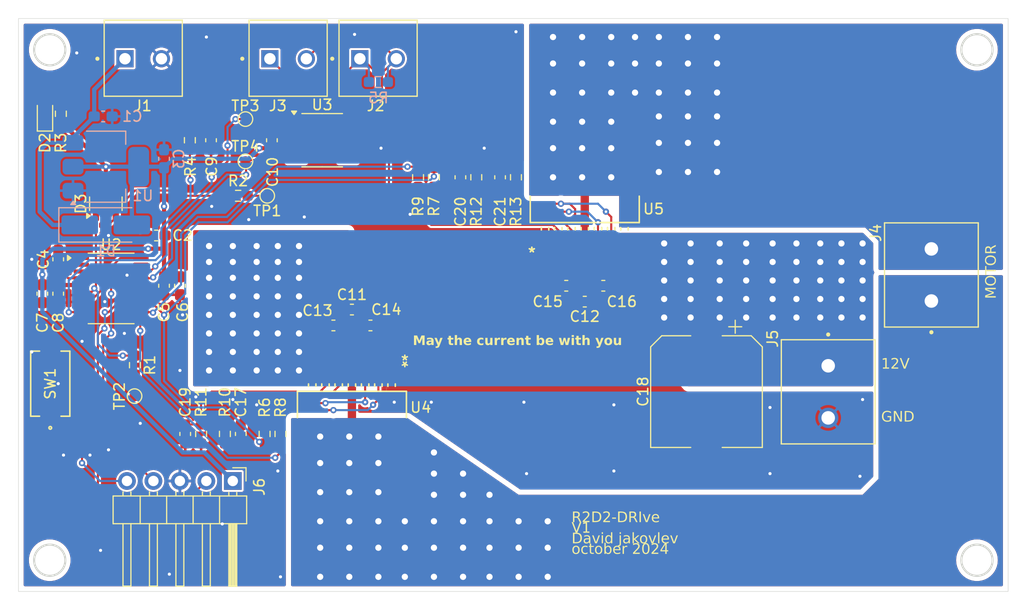
<source format=kicad_pcb>
(kicad_pcb (version 20240108) (generator "pcbnew") (generator_version "8.0")
  (layers (0 "F.Cu" signal) (31 "B.Cu" signal) (34 "B.Paste" user) (35 "F.Paste" user) (36 "B.SilkS" user "B.Silkscreen") (37 "F.SilkS" user "F.Silkscreen") (38 "B.Mask" user) (39 "F.Mask" user) (44 "Edge.Cuts" user))
  (net 0 "")
  (net 1 "+5V")
  (net 2 "GND")
  (net 3 "+3.3V")
  (net 4 "NRST")
  (net 5 "Net-(U3-Rs)")
  (net 6 "Net-(D2-A)")
  (net 7 "Net-(U2-PA1)")
  (net 8 "Net-(U2-PA0)")
  (net 9 "Net-(U3-CANL)")
  (net 10 "Net-(U3-CANH)")
  (net 11 "+12V")
  (net 12 "Net-(U4-SR)")
  (net 13 "CURRENT1")
  (net 14 "CAN_MODE_SELECT")
  (net 15 "CAN_TX")
  (net 16 "CAN_RX")
  (net 22 "OUT1")
  (net 24 "SWCLK")
  (net 25 "SWDIO")
  (net 27 "OUT2")
  (net 28 "Net-(U5-SR)")
  (net 29 "CURRENT2")
  (net 30 "INH")
  (net 31 "Net-(U4-INH)")
  (net 32 "Net-(U5-INH)")
  (net 33 "Net-(U4-IN)")
  (net 34 "IN1")
  (net 35 "Net-(U5-IN)")
  (net 36 "IN2")
  (footprint "Capacitor_SMD:CP_Elec_10x10.5" (layer "F.Cu") (at 177.8 102.616 -90)
    (property "Reference" "C18")
    (property "Value" "1000u")
  )
  (footprint "Resistor_SMD:R_0603_1608Metric_Pad0.98x0.95mm_HandSolder" (layer "F.Cu") (at 136.906 106.68 90)
    (property "Reference" "R8")
    (property "Value" "10k")
  )
  (footprint "TestPoint:TestPoint_Pad_D1.0mm" (layer "F.Cu") (at 133.5425 80.518)
    (property "Reference" "TP4")
    (property "Value" "TestPoint")
  )
  (footprint "Capacitor_SMD:C_0603_1608Metric_Pad1.08x0.95mm_HandSolder" (layer "F.Cu") (at 166.116 93.98 180)
    (property "Reference" "C12")
    (property "Value" "100n")
  )
  (footprint "Resistor_SMD:R_0603_1608Metric_Pad0.98x0.95mm_HandSolder" (layer "F.Cu") (at 155.702 82.042 90)
    (property "Reference" "R12")
    (property "Value" "~")
  )
  (footprint "Resistor_SMD:R_0603_1608Metric_Pad0.98x0.95mm_HandSolder" (layer "F.Cu") (at 150.114 82.042 -90)
    (property "Reference" "R9")
    (property "Value" "10k")
  )
  (footprint "Resistor_SMD:R_0603_1608Metric_Pad0.98x0.95mm_HandSolder" (layer "F.Cu") (at 128.2085 78.486 -90)
    (property "Reference" "R4")
    (property "Value" "0")
  )
  (footprint "Resistor_SMD:R_0603_1608Metric_Pad0.98x0.95mm_HandSolder" (layer "F.Cu") (at 115.824 75.946 90)
    (property "Reference" "R3")
    (property "Value" "560")
  )
  (footprint "Capacitor_SMD:C_0603_1608Metric_Pad1.08x0.95mm_HandSolder" (layer "F.Cu") (at 145.542 96.266)
    (property "Reference" "C14")
    (property "Value" "100n")
  )
  (footprint "BTN8962TAAUMA1:PG-TO263-7-1_INF" (layer "F.Cu") (at 143.764 107.442 180)
    (property "Reference" "U4")
    (property "Value" "BTN8962TAAUMA1")
  )
  (footprint "Package_SO:SOIC-8_3.9x4.9mm_P1.27mm" (layer "F.Cu") (at 140.9085 78.486)
    (property "Reference" "U3")
    (property "Value" "SN65HVD230")
  )
  (footprint "BTN8962TAAUMA1:PG-TO263-7-1_INF" (layer "F.Cu") (at 166.116 81.534)
    (property "Reference" "U5")
    (property "Value" "BTN8962TAAUMA1")
  )
  (footprint "Capacitor_SMD:C_0603_1608Metric_Pad1.08x0.95mm_HandSolder" (layer "F.Cu") (at 157.988 82.042 90)
    (property "Reference" "C21")
    (property "Value" "1n")
  )
  (footprint "TestPoint:TestPoint_Pad_D1.0mm" (layer "F.Cu") (at 133.5425 76.454)
    (property "Reference" "TP3")
    (property "Value" "TestPoint")
  )
  (footprint "Resistor_SMD:R_0603_1608Metric_Pad0.98x0.95mm_HandSolder" (layer "F.Cu") (at 151.638 82.042 -90)
    (property "Reference" "R7")
    (property "Value" "10k")
  )
  (footprint "Capacitor_SMD:C_0603_1608Metric_Pad1.08x0.95mm_HandSolder" (layer "F.Cu") (at 124.968 87.63 180)
    (property "Reference" "C2")
    (property "Value" "4.7u")
  )
  (footprint "Resistor_SMD:R_0603_1608Metric_Pad0.98x0.95mm_HandSolder" (layer "F.Cu") (at 129.286 106.68 -90)
    (property "Reference" "R11")
    (property "Value" "~")
  )
  (footprint "Capacitor_SMD:C_0603_1608Metric_Pad1.08x0.95mm_HandSolder" (layer "F.Cu") (at 141.986 96.266)
    (property "Reference" "C13")
    (property "Value" "100n")
  )
  (footprint "Resistor_SMD:R_0603_1608Metric_Pad0.98x0.95mm_HandSolder" (layer "F.Cu") (at 122.936 100.076 -90)
    (property "Reference" "R1")
    (property "Value" "10k")
  )
  (footprint "1935776:PHOENIX_1935776" (layer "F.Cu") (at 184.984 97.637 -90)
    (property "Reference" "J5")
    (property "Value" "1935776")
  )
  (footprint "Connector_PinHeader_2.54mm:PinHeader_1x05_P2.54mm_Horizontal" (layer "F.Cu") (at 132.329 111.195 -90)
    (property "Reference" "J6")
    (property "Value" "Conn_01x05_Pin")
  )
  (footprint "Resistor_SMD:R_0603_1608Metric_Pad0.98x0.95mm_HandSolder" (layer "F.Cu") (at 159.512 82.042 90)
    (property "Reference" "R13")
    (property "Value" "~")
  )
  (footprint "Capacitor_SMD:C_0603_1608Metric_Pad1.08x0.95mm_HandSolder" (layer "F.Cu") (at 130.2405 78.486 -90)
    (property "Reference" "C9")
    (property "Value" "100n")
  )
  (footprint "Resistor_SMD:R_0603_1608Metric_Pad0.98x0.95mm_HandSolder" (layer "F.Cu") (at 132.842 83.82)
    (property "Reference" "R2")
    (property "Value" "10k")
  )
  (footprint "Capacitor_SMD:C_0603_1608Metric_Pad1.08x0.95mm_HandSolder" (layer "F.Cu") (at 127.254 92.456 -90)
    (property "Reference" "C6")
    (property "Value" "100n")
  )
  (footprint "PTS636:SW_PTS636_CNK" (layer "F.Cu") (at 114.808 101.854 90)
    (property "Reference" "SW1")
    (property "Value" "PTS636 SM50J SMTR LFS")
  )
  (footprint "LED_SMD:LED_0603_1608Metric_Pad1.05x0.95mm_HandSolder" (layer "F.Cu") (at 114.3 75.946 90)
    (property "Reference" "D2")
    (property "Value" "LED")
  )
  (footprint "Capacitor_SMD:C_0603_1608Metric_Pad1.08x0.95mm_HandSolder" (layer "F.Cu") (at 167.894 92.456 180)
    (property "Reference" "C16")
    (property "Value" "100n")
  )
  (footprint "Resistor_SMD:R_0603_1608Metric_Pad0.98x0.95mm_HandSolder" (layer "F.Cu") (at 131.572 106.68 -90)
    (property "Reference" "R10")
    (property "Value" "~")
  )
  (footprint "Capacitor_SMD:C_0603_1608Metric_Pad1.08x0.95mm_HandSolder" (layer "F.Cu") (at 127.762 106.68 -90)
    (property "Reference" "C19")
    (property "Value" "1n")
  )
  (footprint "1935776:PHOENIX_1935776" (layer "F.Cu") (at 203.89 96.419 90)
    (property "Reference" "J4")
    (property "Value" "1935776")
  )
  (footprint "TestPoint:TestPoint_Pad_D1.0mm" (layer "F.Cu") (at 122.9 103.047 90)
    (property "Reference" "TP2")
    (property "Value" "TestPoint")
  )
  (footprint "TestPoint:TestPoint_Pad_D1.0mm" (layer "F.Cu") (at 135.636 83.82 180)
    (property "Reference" "TP1")
    (property "Value" "TestPoint")
  )
  (footprint "Package_SO:TSSOP-20_4.4x6.5mm_P0.65mm" (layer "F.Cu") (at 120.65 92.71)
    (property "Reference" "U2")
    (property "Value" "STM32F042F6Px")
  )
  (footprint "Resistor_SMD:R_0603_1608Metric_Pad0.98x0.95mm_HandSolder" (layer "F.Cu") (at 135.382 106.68 90)
    (property "Reference" "R6")
    (property "Value" "10k")
  )
  (footprint "1751248:PHOENIX_1751248" (layer "F.Cu") (at 133.89 74.262)
    (property "Reference" "J3")
    (property "Value" "1751248")
  )
  (footprint "Capacitor_SMD:C_0603_1608Metric_Pad1.08x0.95mm_HandSolder" (layer "F.Cu") (at 164.338 92.456 180)
    (property "Reference" "C15")
    (property "Value" "100n")
  )
  (footprint "1751248:PHOENIX_1751248" (layer "F.Cu") (at 142.526 74.262)
    (property "Reference" "J2")
    (property "Value" "1751248")
  )
  (footprint "1751248:PHOENIX_1751248" (layer "F.Cu") (at 119.9815 74.262)
    (property "Reference" "J1")
    (property "Value" "1751248")
  )
  (footprint "Capacitor_SMD:C_0603_1608Metric_Pad1.08x0.95mm_HandSolder" (layer "F.Cu") (at 115.57 93.218 -90)
    (property "Reference" "C8")
    (property "Value" "100n")
  )
  (footprint "Capacitor_SMD:C_0603_1608Metric_Pad1.08x0.95mm_HandSolder" (layer "F.Cu") (at 143.764 94.742)
    (property "Reference" "C11")
    (property "Value" "100n")
  )
  (footprint "Capacitor_SMD:C_0603_1608Metric_Pad1.08x0.95mm_HandSolder" (layer "F.Cu") (at 125.73 92.456 -90)
    (property "Reference" "C5")
    (property "Value" "100n")
  )
  (footprint "Capacitor_SMD:C_0603_1608Metric_Pad1.08x0.95mm_HandSolder" (layer "F.Cu") (at 114.046 93.218 -90)
    (property "Reference" "C7")
    (property "Value" "1u")
  )
  (footprint "Package_TO_SOT_SMD:SOT-23" (layer "F.Cu") (at 120.142 84.582 90)
    (property "Reference" "D3")
    (property "Value" "BAT54C")
  )
  (footprint "Capacitor_SMD:C_0603_1608Metric_Pad1.08x0.95mm_HandSolder" (layer "F.Cu") (at 154.178 82.042 90)
    (property "Reference" "C20")
    (property "Value" "100n")
  )
  (footprint "Capacitor_SMD:C_0603_1608Metric_Pad1.08x0.95mm_HandSolder" (layer "F.Cu") (at 115.57 89.916 90)
    (property "Reference" "C4")
    (property "Value" "100n")
  )
  (footprint "Capacitor_SMD:C_0603_1608Metric_Pad1.08x0.95mm_HandSolder" (layer "F.Cu") (at 133.096 106.68 -90)
    (property "Reference" "C17")
    (property "Value" "100n")
  )
  (footprint "Capacitor_SMD:C_0603_1608Metric_Pad1.08x0.95mm_HandSolder" (layer "F.Cu") (at 136.0825 78.486 90)
    (property "Reference" "C10")
    (property "Value" "100n")
  )
  (footprint "Capacitor_SMD:C_0603_1608Metric_Pad1.08x0.95mm_HandSolder" (layer "B.Cu") (at 119.888 76.2)
    (property "Reference" "C1")
    (property "Value" "10u")
  )
  (footprint "Capacitor_SMD:C_0603_1608Metric_Pad1.08x0.95mm_HandSolder" (layer "B.Cu") (at 125.73 80.264 90)
    (property "Reference" "C3")
    (property "Value" "10u")
  )
  (footprint "Diode_SMD:D_SMA_Handsoldering" (layer "B.Cu") (at 120.142 86.614)
    (property "Reference" "D1")
    (property "Value" "1N4001")
  )
  (footprint "Package_TO_SOT_SMD:SOT-223-3_TabPin2" (layer "B.Cu") (at 120.142 81.026)
    (property "Reference" "U1")
    (property "Value" "LM1117MP-3.3")
  )
  (footprint "Resistor_SMD:R_0603_1608Metric_Pad0.98x0.95mm_HandSolder" (layer "B.Cu") (at 146.304 72.898 180)
    (property "Reference" "R5")
    (property "Value" "120")
  )
  (gr_circle (center 203.765 118.802) (end 205.265 118.802) (stroke (width 0.2)) (fill none) (layer "Edge.Cuts"))
  (gr_circle (center 203.765 69.802) (end 205.265 69.802) (stroke (width 0.2)) (fill none) (layer "Edge.Cuts"))
  (gr_circle (center 114.756 118.802) (end 116.256 118.802) (stroke (width 0.2)) (fill none) (layer "Edge.Cuts"))
  (gr_circle (center 114.756 69.802) (end 116.256 69.802) (stroke (width 0.2)) (fill none) (layer "Edge.Cuts"))
  (gr_rect (start 111.756 66.802) (end 206.756 121.802) (stroke (width 0.05)) (fill none) (layer "Edge.Cuts"))
  (gr_text "V1" (at 164.846 116.332 0) (layer "F.SilkS") (effects (font (size 1 1) (thickness 0.1)) (justify left bottom)))
  (gr_text "MOTOR" (at 205.74 93.726 90) (layer "F.SilkS") (effects (font (size 1 1) (thickness 0.1)) (justify left bottom)))
  (gr_text "GND" (at 194.564 105.664 0) (layer "F.SilkS") (effects (font (size 1 1) (thickness 0.1)) (justify left bottom)))
  (gr_text "october 2024" (at 164.846 118.364 0) (layer "F.SilkS") (effects (font (size 1 1) (thickness 0.1)) (justify left bottom)))
  (gr_text "David jakovlev" (at 164.846 117.348 0) (layer "F.SilkS") (effects (font (size 1 1) (thickness 0.1)) (justify left bottom)))
  (gr_text "May the current be with you" (at 149.606 98.298 0) (layer "F.SilkS") (effects (font (size 0.9 0.9) (thickness 0.225) (bold yes)) (justify left bottom)))
  (gr_text "12V" (at 194.564 100.584 0) (layer "F.SilkS") (effects (font (size 1 1) (thickness 0.1)) (justify left bottom)))
  (gr_text "R2D2-DRIve" (at 164.846 115.316 0) (layer "F.SilkS") (effects (font (size 1 1) (thickness 0.1)) (justify left bottom)))
  (segment (start 114.568 78.726) (end 116.992 78.726) (width 0.4) (layer "B.Cu") (net 1))
  (segment (start 115.062 86.614) (end 113.792 85.344) (width 0.4) (layer "B.Cu") (net 1))
  (segment (start 119.0255 73.618) (end 121.9815 70.662) (width 0.4) (layer "B.Cu") (net 1))
  (segment (start 113.792 85.344) (end 113.792 79.502) (width 0.4) (layer "B.Cu") (net 1))
  (segment (start 116.992 78.2335) (end 119.0255 76.2) (width 0.4) (layer "B.Cu") (net 1))
  (segment (start 117.642 86.614) (end 115.062 86.614) (width 0.4) (layer "B.Cu") (net 1))
  (segment (start 119.0255 76.2) (end 119.0255 73.618) (width 0.4) (layer "B.Cu") (net 1))
  (segment (start 116.992 78.726) (end 116.992 78.2335) (width 0.4) (layer "B.Cu") (net 1))
  (segment (start 113.792 79.502) (end 114.568 78.726) (width 0.4) (layer "B.Cu") (net 1))
  (via (at 147.828 103.632) (size 0.6) (drill 0.3) (layers "F.Cu" "B.Cu") (net 2))
  (via (at 127.254 100.584) (size 0.6) (drill 0.3) (layers "F.Cu" "B.Cu") (net 2))
  (via (at 192.786 103.378) (size 0.6) (drill 0.3) (layers "F.Cu" "B.Cu") (net 2))
  (via (at 183.896 110.49) (size 0.6) (drill 0.3) (layers "F.Cu" "B.Cu") (net 2))
  (via (at 156.464 79.248) (size 0.6) (drill 0.3) (layers "F.Cu" "B.Cu") (net 2))
  (via (at 168.91 110.236) (size 0.6) (drill 0.3) (layers "F.Cu" "B.Cu") (net 2))
  (via (at 123.444 105.664) (size 0.6) (drill 0.3) (layers "F.Cu" "B.Cu") (net 2))
  (via (at 129.794 68.58) (size 0.6) (drill 0.3) (layers "F.Cu" "B.Cu") (net 2))
  (via (at 134.62 103.886) (size 0.6) (drill 0.3) (layers "F.Cu" "B.Cu") (net 2))
  (via (at 126.238 120.142) (size 0.6) (drill 0.3) (layers "F.Cu" "B.Cu") (net 2))
  (via (at 144.018 68.326) (size 0.6) (drill 0.3) (layers "F.Cu" "B.Cu") (net 2))
  (via (at 119.634 117.856) (size 0.6) (drill 0.3) (layers "F.Cu" "B.Cu") (net 2))
  (via (at 116.078 108.712) (size 0.6) (drill 0.3) (layers "F.Cu" "B.Cu") (net 2))
  (via (at 168.91 103.886) (size 0.6) (drill 0.3) (layers "F.Cu" "B.Cu") (net 2))
  (via (at 120.396 108.204) (size 0.6) (drill 0.3) (layers "F.Cu" "B.Cu") (net 2))
  (via (at 160.274 103.632) (size 0.6) (drill 0.3) (layers "F.Cu" "B.Cu") (net 2))
  (via (at 130.302 84.836) (size 0.6) (drill 0.3) (layers "F.Cu" "B.Cu") (net 2))
  (via (at 113.03 98.806) (size 0.6) (drill 0.3) (layers "F.Cu" "B.Cu") (net 2))
  (via (at 120.0404 93.98) (size 0.6) (drill 0.3) (layers "F.Cu" "B.Cu") (net 2))
  (via (at 121.92 97.028) (size 0.6) (drill 0.3) (layers "F.Cu" "B.Cu") (net 2))
  (via (at 149.352 85.598) (size 0.6) (drill 0.3) (layers "F.Cu" "B.Cu") (net 2))
  (via (at 139.192 85.852) (size 0.6) (drill 0.3) (layers "F.Cu" "B.Cu") (net 2))
  (via (at 132.334 103.378) (size 0.6) (drill 0.3) (layers "F.Cu" "B.Cu") (net 2))
  (via (at 117.348 70.104) (size 0.6) (drill 0.3) (layers "F.Cu" "B.Cu") (net 2))
  (via (at 127.508 95.25) (size 0.6) (drill 0.3) (layers "F.Cu" "B.Cu") (net 2))
  (via (at 118.618 108.712) (size 0.6) (drill 0.3) (layers "F.Cu" "B.Cu") (net 2))
  (via (at 115.57 101.854) (size 0.6) (drill 0.3) (layers "F.Cu" "B.Cu") (net 2))
  (via (at 122.174 91.44) (size 0.6) (drill 0.3) (layers "F.Cu" "B.Cu") (net 2))
  (via (at 136.906 120.396) (size 0.6) (drill 0.3) (layers "F.Cu" "B.Cu") (net 2))
  (via (at 117.856 97.79) (size 0.6) (drill 0.3) (layers "F.Cu" "B.Cu") (net 2))
  (via (at 146.558 79.248) (size 0.6) (drill 0.3) (layers "F.Cu" "B.Cu") (net 2))
  (via (at 131.318 115.316) (size 0.6) (drill 0.3) (layers "F.Cu" "B.Cu") (net 2))
  (via (at 192.532 110.744) (size 0.6) (drill 0.3) (layers "F.Cu" "B.Cu") (net 2))
  (via (at 120.396 87.63) (size 0.6) (drill 0.3) (layers "F.Cu" "B.Cu") (net 2))
  (via (at 113.03 89.916) (size 0.6) (drill 0.3) (layers "F.Cu" "B.Cu") (net 2))
  (via (at 160.528 110.49) (size 0.6) (drill 0.3) (layers "F.Cu" "B.Cu") (net 2))
  (via (at 128.778 103.124) (size 0.6) (drill 0.3) (layers "F.Cu" "B.Cu") (net 2))
  (via (at 151.384 103.632) (size 0.6) (drill 0.3) (layers "F.Cu" "B.Cu") (net 2))
  (via (at 133.858 86.106) (size 0.6) (drill 0.3) (layers "F.Cu" "B.Cu") (net 2))
  (via (at 159.512 68.072) (size 0.6) (drill 0.3) (layers "F.Cu" "B.Cu") (net 2))
  (via (at 136.652 110.236) (size 0.6) (drill 0.3) (layers "F.Cu" "B.Cu") (net 2))
  (via (at 183.896 104.14) (size 0.6) (drill 0.3) (layers "F.Cu" "B.Cu") (net 2))
  (segment (start 125.73 88.9) (end 125.73 91.5935) (width 0.4) (layer "F.Cu") (net 3))
  (segment (start 125.8305 87.63) (end 125.73 87.7305) (width 0.4) (layer "F.Cu") (net 3))
  (segment (start 114.046 92.3555) (end 114.046 91.3785) (width 0.4) (layer "F.Cu") (net 3))
  (segment (start 125.73 91.5935) (end 127.254 91.5935) (width 0.4) (layer "F.Cu") (net 3))
  (segment (start 114.046 92.3555) (end 115.57 92.3555) (width 0.4) (layer "F.Cu") (net 3))
  (segment (start 134.874 79.248) (end 135.982 79.248) (width 0.4) (layer "F.Cu") (net 3))
  (segment (start 124.9385 92.385) (end 125.73 91.5935) (width 0.4) (layer "F.Cu") (net 3))
  (segment (start 124.206 88.9) (end 125.73 88.9) (width 0.4) (layer "F.Cu") (net 3))
  (segment (start 136.31 79.121) (end 136.0825 79.3485) (width 0.4) (layer "F.Cu") (net 3))
  (segment (start 117.7875 92.385) (end 115.5995 92.385) (width 0.4) (layer "F.Cu") (net 3))
  (segment (start 115.9745 76.8585) (end 115.824 76.8585) (width 0.4) (layer "F.Cu") (net 3))
  (segment (start 125.73 84.836) (end 125.73 87.5295) (width 0.4) (layer "F.Cu") (net 3))
  (segment (start 125.73 87.7305) (end 125.73 88.9) (width 0.4) (layer "F.Cu") (net 3))
  (segment (start 120.142 81.026) (end 115.9745 76.8585) (width 0.4) (layer "F.Cu") (net 3))
  (segment (start 135.982 79.248) (end 136.0825 79.3485) (width 0.4) (layer "F.Cu") (net 3))
  (segment (start 138.4335 79.121) (end 136.31 79.121) (width 0.4) (layer "F.Cu") (net 3))
  (segment (start 120.142 83.6445) (end 120.142 81.026) (width 0.4) (layer "F.Cu") (net 3))
  (segment (start 115.5995 92.385) (end 115.57 92.3555) (width 0.4) (layer "F.Cu") (net 3))
  (segment (start 123.5125 92.385) (end 124.9385 92.385) (width 0.4) (layer "F.Cu") (net 3))
  (segment (start 125.73 87.5295) (end 125.8305 87.63) (width 0.4) (layer "F.Cu") (net 3))
  (via (at 114.046 91.3785) (size 0.6) (drill 0.3) (layers "F.Cu" "B.Cu") (net 3))
  (via (at 125.73 84.836) (size 0.6) (drill 0.3) (layers "F.Cu" "B.Cu") (net 3))
  (via (at 134.874 79.248) (size 0.6) (drill 0.3) (layers "F.Cu" "B.Cu") (net 3))
  (via (at 120.142 81.026) (size 0.6) (drill 0.3) (layers "F.Cu" "B.Cu") (net 3))
  (via (at 124.206 88.9) (size 0.6) (drill 0.3) (layers "F.Cu" "B.Cu") (net 3))
  (segment (start 125.73 81.1265) (end 126.5925 80.264) (width 0.4) (layer "B.Cu") (net 3))
  (segment (start 116.992 81.026) (end 123.292 81.026) (width 0.4) (layer "B.Cu") (net 3))
  (segment (start 125.73 81.1265) (end 125.73 84.836) (width 0.4) (layer "B.Cu") (net 3))
  (segment (start 114.046 94.96995) (end 127.53405 108.458) (width 0.4) (layer "B.Cu") (net 3))
  (segment (start 122.642 86.614) (end 122.642 81.676) (width 0.4) (layer "B.Cu") (net 3))
  (segment (start 133.858 80.264) (end 134.874 79.248) (width 0.4) (layer "B.Cu") (net 3))
  (segment (start 124.206 88.9) (end 115.062 88.9) (width 0.4) (layer "B.Cu") (net 3))
  (segment (start 127.53405 108.458) (end 129.592 108.458) (width 0.4) (layer "B.Cu") (net 3))
  (segment (start 126.5925 80.264) (end 133.858 80.264) (width 0.4) (layer "B.Cu") (net 3))
  (segment (start 125.6295 81.026) (end 125.73 81.1265) (width 0.4) (layer "B.Cu") (net 3))
  (segment (start 115.062 88.9) (end 114.046 89.916) (width 0.4) (layer "B.Cu") (net 3))
  (segment (start 129.592 108.458) (end 132.329 111.195) (width 0.4) (layer "B.Cu") (net 3))
  (segment (start 122.642 81.676) (end 123.292 81.026) (width 0.4) (layer "B.Cu") (net 3))
  (segment (start 114.046 91.3785) (end 114.046 94.96995) (width 0.4) (layer "B.Cu") (net 3))
  (segment (start 123.292 81.026) (end 125.6295 81.026) (width 0.4) (layer "B.Cu") (net 3))
  (segment (start 114.046 89.916) (end 114.046 91.3785) (width 0.4) (layer "B.Cu") (net 3))
  (segment (start 114.478999 98.603999) (end 114.808 98.603999) (width 0.2) (layer "F.Cu") (net 4))
  (segment (start 115.113999 98.603999) (end 114.808 98.603999) (width 0.2) (layer "F.Cu") (net 4))
  (segment (start 116.5265 91.735) (end 115.57 90.7785) (width 0.2) (layer "F.Cu") (net 4))
  (segment (start 117.7875 91.735) (end 116.5265 91.735) (width 0.2) (layer "F.Cu") (net 4))
  (segment (start 113.6915 90.7785) (end 113.03 91.44) (width 0.2) (layer "F.Cu") (net 4))
  (segment (start 115.57 90.7785) (end 113.6915 90.7785) (width 0.2) (layer "F.Cu") (net 4))
  (segment (start 117.856 109.474) (end 117.856 101.346) (width 0.2) (layer "F.Cu") (net 4))
  (segment (start 113.03 97.155) (end 114.478999 98.603999) (width 0.2) (layer "F.Cu") (net 4))
  (segment (start 113.03 91.44) (end 113.03 97.155) (width 0.2) (layer "F.Cu") (net 4))
  (segment (start 117.856 101.346) (end 115.113999 98.603999) (width 0.2) (layer "F.Cu") (net 4))
  (via (at 117.856 109.474) (size 0.6) (drill 0.3) (layers "F.Cu" "B.Cu") (net 4))
  (segment (start 117.856 109.474) (end 119.577 111.195) (width 0.2) (layer "B.Cu") (net 4))
  (segment (start 119.577 111.195) (end 122.169 111.195) (width 0.2) (layer "B.Cu") (net 4))
  (segment (start 142.6865 74.93) (end 143.3835 75.627) (width 0.2) (layer "F.Cu") (net 5))
  (segment (start 130.1905 77.5735) (end 130.2405 77.6235) (width 0.2) (layer "F.Cu") (net 5))
  (segment (start 143.3835 75.627) (end 143.3835 76.581) (width 0.2) (layer "F.Cu") (net 5))
  (segment (start 128.2085 77.5735) (end 130.1905 77.5735) (width 0.2) (layer "F.Cu") (net 5))
  (segment (start 130.2405 77.6235) (end 130.2405 76.2) (width 0.2) (layer "F.Cu") (net 5))
  (segment (start 130.2405 76.2) (end 131.5105 74.93) (width 0.2) (layer "F.Cu") (net 5))
  (segment (start 131.5105 74.93) (end 142.6865 74.93) (width 0.2) (layer "F.Cu") (net 5))
  (segment (start 115.7865 75.071) (end 115.824 75.0335) (width 0.4) (layer "F.Cu") (net 6))
  (segment (start 114.3 75.071) (end 115.7865 75.071) (width 0.4) (layer "F.Cu") (net 6))
  (segment (start 119.634 87.376) (end 119.634 92.964) (width 0.2) (layer "F.Cu") (net 7))
  (segment (start 122.936 83.312) (end 121.092 85.156) (width 0.2) (layer "F.Cu") (net 7))
  (segment (start 131.9295 83.82) (end 127 83.82) (width 0.2) (layer "F.Cu") (net 7))
  (segment (start 121.092 85.5195) (end 121.092 85.918) (width 0.2) (layer "F.Cu") (net 7))
  (segment (start 119.634 92.964) (end 118.913 93.685) (width 0.2) (layer "F.Cu") (net 7))
  (segment (start 126.492 83.312) (end 122.936 83.312) (width 0.2) (layer "F.Cu") (net 7))
  (segment (start 121.092 85.156) (end 121.092 85.5195) (width 0.2) (layer "F.Cu") (net 7))
  (segment (start 118.913 93.685) (end 117.7875 93.685) (width 0.2) (layer "F.Cu") (net 7))
  (segment (start 121.092 85.918) (end 119.634 87.376) (width 0.2) (layer "F.Cu") (net 7))
  (segment (start 127 83.82) (end 126.492 83.312) (width 0.2) (layer "F.Cu") (net 7))
  (segment (start 118.801 93.035) (end 117.7875 93.035) (width 0.2) (layer "F.Cu") (net 8))
  (segment (start 119.192 92.644) (end 118.801 93.035) (width 0.2) (layer "F.Cu") (net 8))
  (segment (start 121.7695 99.1635) (end 122.936 99.1635) (width 0.2) (layer "F.Cu") (net 8))
  (segment (start 119.192 85.5195) (end 119.192 92.644) (width 0.2) (layer "F.Cu") (net 8))
  (via (at 119.034 92.71) (size 0.6) (drill 0.3) (layers "F.Cu" "B.Cu") (net 8))
  (via (at 121.7695 99.1635) (size 0.6) (drill 0.3) (layers "F.Cu" "B.Cu") (net 8))
  (segment (start 121.7695 99.1635) (end 121.7676 99.1616) (width 0.2) (layer "B.Cu") (net 8))
  (segment (start 119.38 93.056) (end 119.034 92.71) (width 0.2) (layer "B.Cu") (net 8))
  (segment (start 120.4976 99.1616) (end 119.38 98.044) (width 0.2) (layer "B.Cu") (net 8))
  (segment (start 119.38 98.044) (end 119.38 93.056) (width 0.2) (layer "B.Cu") (net 8))
  (segment (start 121.7676 99.1616) (end 120.4976 99.1616) (width 0.2) (layer "B.Cu") (net 8))
  (segment (start 146.6425 72.0455) (end 148.026 70.662) (width 0.2) (layer "F.Cu") (net 9))
  (segment (start 143.3835 79.121) (end 144.649186 79.121) (width 0.2) (layer "F.Cu") (net 9))
  (segment (start 139.39 70.662) (end 140.515 69.537) (width 0.2) (layer "F.Cu") (net 9))
  (segment (start 146.901 69.537) (end 148.026 70.662) (width 0.2) (layer "F.Cu") (net 9))
  (segment (start 140.515 69.537) (end 146.901 69.537) (width 0.2) (layer "F.Cu") (net 9))
  (segment (start 146.6425 77.127686) (end 146.6425 72.0455) (width 0.2) (layer "F.Cu") (net 9))
  (segment (start 144.649186 79.121) (end 146.6425 77.127686) (width 0.2) (layer "F.Cu") (net 9))
  (segment (start 147.2165 71.4715) (end 148.026 70.662) (width 0.2) (layer "B.Cu") (net 9))
  (segment (start 147.2165 72.898) (end 147.2165 71.4715) (width 0.2) (layer "B.Cu") (net 9))
  (segment (start 145.3535 77.851) (end 146.2425 76.962) (width 0.2) (layer "F.Cu") (net 10))
  (segment (start 144.7685 70.662) (end 144.526 70.662) (width 0.2) (layer "F.Cu") (net 10))
  (segment (start 143.308186 71.879814) (end 144.526 70.662) (width 0.2) (layer "F.Cu") (net 10))
  (segment (start 137.107814 71.879814) (end 143.308186 71.879814) (width 0.2) (layer "F.Cu") (net 10))
  (segment (start 143.3835 77.851) (end 145.3535 77.851) (width 0.2) (layer "F.Cu") (net 10))
  (segment (start 135.89 70.662) (end 137.107814 71.879814) (width 0.2) (layer "F.Cu") (net 10))
  (segment (start 146.2425 76.962) (end 146.2425 72.136) (width 0.2) (layer "F.Cu") (net 10))
  (segment (start 146.2425 72.136) (end 144.7685 70.662) (width 0.2) (layer "F.Cu") (net 10))
  (segment (start 145.3915 72.898) (end 145.3915 71.5275) (width 0.2) (layer "B.Cu") (net 10))
  (segment (start 145.3915 71.5275) (end 144.526 70.662) (width 0.2) (layer "B.Cu") (net 10))
  (via (at 130.048 98.806) (size 1) (drill 0.6) (layers "F.Cu" "B.Cu") (net 11))
  (via (at 136.652 97.028) (size 1) (drill 0.6) (layers "F.Cu" "B.Cu") (net 11))
  (via (at 186.436 88.392) (size 1) (drill 0.6) (layers "F.Cu" "B.Cu") (net 11))
  (via (at 181.61 91.948) (size 1) (drill 0.6) (layers "F.Cu" "B.Cu") (net 11))
  (via (at 179.07 93.726) (size 1) (drill 0.6) (layers "F.Cu" "B.Cu") (net 11))
  (via (at 184.15 91.948) (size 1) (drill 0.6) (layers "F.Cu" "B.Cu") (net 11))
  (via (at 132.334 100.584) (size 1) (drill 0.6) (layers "F.Cu" "B.Cu") (net 11))
  (via (at 188.722 91.948) (size 1) (drill 0.6) (layers "F.Cu" "B.Cu") (net 11))
  (via (at 184.15 95.504) (size 1) (drill 0.6) (layers "F.Cu" "B.Cu") (net 11))
  (via (at 176.276 93.726) (size 1) (drill 0.6) (layers "F.Cu" "B.Cu") (net 11))
  (via (at 130.048 91.694) (size 1) (drill 0.6) (layers "F.Cu" "B.Cu") (net 11))
  (via (at 134.62 100.584) (size 1) (drill 0.6) (layers "F.Cu" "B.Cu") (net 11))
  (via (at 179.07 88.392) (size 1) (drill 0.6) (layers "F.Cu" "B.Cu") (net 11))
  (via (at 181.61 88.392) (size 1) (drill 0.6) (layers "F.Cu" "B.Cu") (net 11))
  (via (at 184.15 90.17) (size 1) (drill 0.6) (layers "F.Cu" "B.Cu") (net 11))
  (via (at 136.652 93.472) (size 1) (drill 0.6) (layers "F.Cu" "B.Cu") (net 11))
  (via (at 192.786 95.504) (size 1) (drill 0.6) (layers "F.Cu" "B.Cu") (net 11))
  (via (at 179.07 91.948) (size 1) (drill 0.6) (layers "F.Cu" "B.Cu") (net 11))
  (via (at 132.334 97.028) (size 1) (drill 0.6) (layers "F.Cu" "B.Cu") (net 11))
  (via (at 192.786 90.17) (size 1) (drill 0.6) (layers "F.Cu" "B.Cu") (net 11))
  (via (at 132.334 90.17) (size 1) (drill 0.6) (layers "F.Cu" "B.Cu") (net 11))
  (via (at 173.736 91.948) (size 1) (drill 0.6) (layers "F.Cu" "B.Cu") (net 11))
  (via (at 132.334 98.806) (size 1) (drill 0.6) (layers "F.Cu" "B.Cu") (net 11))
  (via (at 138.684 91.694) (size 1) (drill 0.6) (layers "F.Cu" "B.Cu") (net 11))
  (via (at 134.62 93.472) (size 1) (drill 0.6) (layers "F.Cu" "B.Cu") (net 11))
  (via (at 134.62 90.17) (size 1) (drill 0.6) (layers "F.Cu" "B.Cu") (net 11))
  (via (at 190.754 88.392) (size 1) (drill 0.6) (layers "F.Cu" "B.Cu") (net 11))
  (via (at 132.334 93.472) (size 1) (drill 0.6) (layers "F.Cu" "B.Cu") (net 11))
  (via (at 173.736 93.726) (size 1) (drill 0.6) (layers "F.Cu" "B.Cu") (net 11))
  (via (at 186.436 95.504) (size 1) (drill 0.6) (layers "F.Cu" "B.Cu") (net 11))
  (via (at 138.684 95.25) (size 1) (drill 0.6) (layers "F.Cu" "B.Cu") (net 11))
  (via (at 176.276 90.17) (size 1) (drill 0.6) (layers "F.Cu" "B.Cu") (net 11))
  (via (at 138.684 88.646) (size 1) (drill 0.6) (layers "F.Cu" "B.Cu") (net 11))
  (via (at 173.736 90.17) (size 1) (drill 0.6) (layers "F.Cu" "B.Cu") (net 11))
  (via (at 134.62 95.25) (size 1) (drill 0.6) (layers "F.Cu" "B.Cu") (net 11))
  (via (at 138.684 98.806) (size 1) (drill 0.6) (layers "F.Cu" "B.Cu") (net 11))
  (via (at 181.61 93.726) (size 1) (drill 0.6) (layers "F.Cu" "B.Cu") (net 11))
  (via (at 173.736 88.392) (size 1) (drill 0.6) (layers "F.Cu" "B.Cu") (net 11))
  (via (at 138.684 90.17) (size 1) (drill 0.6) (layers "F.Cu" "B.Cu") (net 11))
  (via (at 136.652 98.806) (size 1) (drill 0.6) (layers "F.Cu" "B.Cu") (net 11))
  (via (at 138.684 97.028) (size 1) (drill 0.6) (layers "F.Cu" "B.Cu") (net 11))
  (via (at 130.048 95.25) (size 1) (drill 0.6) (layers "F.Cu" "B.Cu") (net 11))
  (via (at 186.436 90.17) (size 1) (drill 0.6) (layers "F.Cu" "B.Cu") (net 11))
  (via (at 184.15 93.726) (size 1) (drill 0.6) (layers "F.Cu" "B.Cu") (net 11))
  (via (at 130.048 93.472) (size 1) (drill 0.6) (layers "F.Cu" "B.Cu") (net 11))
  (via (at 176.276 95.504) (size 1) (drill 0.6) (layers "F.Cu" "B.Cu") (net 11))
  (via (at 188.722 88.392) (size 1) (drill 0.6) (layers "F.Cu" "B.Cu") (net 11))
  (via (at 134.62 98.806) (size 1) (drill 0.6) (layers "F.Cu" "B.Cu") (net 11))
  (via (at 136.652 91.694) (size 1) (drill 0.6) (layers "F.Cu" "B.Cu") (net 11))
  (via (at 136.652 88.646) (size 1) (drill 0.6) (layers "F.Cu" "B.Cu") (net 11))
  (via (at 192.786 93.726) (size 1) (drill 0.6) (layers "F.Cu" "B.Cu") (net 11))
  (via (at 186.436 91.948) (size 1) (drill 0.6) (layers "F.Cu" "B.Cu") (net 11))
  (via (at 190.754 90.17) (size 1) (drill 0.6) (layers "F.Cu" "B.Cu") (net 11))
  (via (at 186.436 93.726) (size 1) (drill 0.6) (layers "F.Cu" "B.Cu") (net 11))
  (via (at 173.736 95.504) (size 1) (drill 0.6) (layers "F.Cu" "B.Cu") (net 11))
  (via (at 190.754 93.726) (size 1) (drill 0.6) (layers "F.Cu" "B.Cu") (net 11))
  (via (at 176.276 88.392) (size 1) (drill 0.6) (layers "F.Cu" "B.Cu") (net 11))
  (via (at 130.048 97.028) (size 1) (drill 0.6) (layers "F.Cu" "B.Cu") (net 11))
  (via (at 181.61 90.17) (size 1) (drill 0.6) (layers "F.Cu" "B.Cu") (net 11))
  (via (at 138.684 93.472) (size 1) (drill 0.6) (layers "F.Cu" "B.Cu") (net 11))
  (via (at 181.61 95.504) (size 1) (drill 0.6) (layers "F.Cu" "B.Cu") (net 11))
  (via (at 190.754 95.504) (size 1) (drill 0.6) (layers "F.Cu" "B.Cu") (net 11))
  (via (at 132.334 88.646) (size 1) (drill 0.6) (layers "F.Cu" "B.Cu") (net 11))
  (via (at 138.684 100.584) (size 1) (drill 0.6) (layers "F.Cu" "B.Cu") (net 11))
  (via (at 188.722 95.504) (size 1) (drill 0.6) (layers "F.Cu" "B.Cu") (net 11))
  (via (at 192.786 88.392) (size 1) (drill 0.6) (layers "F.Cu" "B.Cu") (net 11))
  (via (at 134.62 91.694) (size 1) (drill 0.6) (layers "F.Cu" "B.Cu") (net 11))
  (via (at 134.62 88.646) (size 1) (drill 0.6) (layers "F.Cu" "B.Cu") (net 11))
  (via (at 130.048 88.646) (size 1) (drill 0.6) (layers "F.Cu" "B.Cu") (net 11))
  (via (at 188.722 90.17) (size 1) (drill 0.6) (layers "F.Cu" "B.Cu") (net 11))
  (via (at 132.334 91.694) (size 1) (drill 0.6) (layers "F.Cu" "B.Cu") (net 11))
  (via (at 136.652 90.17) (size 1) (drill 0.6) (layers "F.Cu" "B.Cu") (net 11))
  (via (at 190.754 91.948) (size 1) (drill 0.6) (layers "F.Cu" "B.Cu") (net 11))
  (via (at 179.07 90.17) (size 1) (drill 0.6) (layers "F.Cu" "B.Cu") (net 11))
  (via (at 192.786 91.948) (size 1) (drill 0.6) (layers "F.Cu" "B.Cu") (net 11))
  (via (at 134.62 97.028) (size 1) (drill 0.6) (layers "F.Cu" "B.Cu") (net 11))
  (via (at 130.048 90.17) (size 1) (drill 0.6) (layers "F.Cu" "B.Cu") (net 11))
  (via (at 136.652 95.25) (size 1) (drill 0.6) (layers "F.Cu" "B.Cu") (net 11))
  (via (at 136.652 100.584) (size 1) (drill 0.6) (layers "F.Cu" "B.Cu") (net 11))
  (via (at 132.334 95.25) (size 1) (drill 0.6) (layers "F.Cu" "B.Cu") (net 11))
  (via (at 176.276 91.948) (size 1) (drill 0.6) (layers "F.Cu" "B.Cu") (net 11))
  (via (at 184.15 88.392) (size 1) (drill 0.6) (layers "F.Cu" "B.Cu") (net 11))
  (via (at 130.048 100.584) (size 1) (drill 0.6) (layers "F.Cu" "B.Cu") (net 11))
  (via (at 188.722 93.726) (size 1) (drill 0.6) (layers "F.Cu" "B.Cu") (net 11))
  (via (at 179.07 95.504) (size 1) (drill 0.6) (layers "F.Cu" "B.Cu") (net 11))
  (segment (start 133.096 103.886) (end 133.096 105.8175) (width 0.2) (layer "F.Cu") (net 12))
  (segment (start 131.572 105.7675) (end 133.046 105.7675) (width 0.2) (layer "F.Cu") (net 12))
  (segment (start 142.494 99.6696) (end 142.494 102.108) (width 0.2) (layer "F.Cu") (net 12))
  (segment (start 141.478 103.124) (end 133.858 103.124) (width 0.2) (layer "F.Cu") (net 12))
  (segment (start 142.494 102.108) (end 141.478 103.124) (width 0.2) (layer "F.Cu") (net 12))
  (segment (start 133.046 105.7675) (end 133.096 105.8175) (width 0.2) (layer "F.Cu") (net 12))
  (segment (start 133.858 103.124) (end 133.096 103.886) (width 0.2) (layer "F.Cu") (net 12))
  (segment (start 127.6615 105.8175) (end 124.891 103.047) (width 0.2) (layer "F.Cu") (net 13))
  (segment (start 141.224 99.6696) (end 141.224 102.108) (width 0.2) (layer "F.Cu") (net 13))
  (segment (start 122.9 101.0245) (end 122.936 100.9885) (width 0.2) (layer "F.Cu") (net 13))
  (segment (start 129.286 103.632) (end 129.286 105.7675) (width 0.2) (layer "F.Cu") (net 13))
  (segment (start 141.224 102.108) (end 140.716 102.616) (width 0.2) (layer "F.Cu") (net 13))
  (segment (start 130.302 102.616) (end 129.286 103.632) (width 0.2) (layer "F.Cu") (net 13))
  (segment (start 127.762 105.8175) (end 127.6615 105.8175) (width 0.2) (layer "F.Cu") (net 13))
  (segment (start 122.9 103.047) (end 122.9 101.0245) (width 0.2) (layer "F.Cu") (net 13))
  (segment (start 140.716 102.616) (end 130.302 102.616) (width 0.2) (layer "F.Cu") (net 13))
  (segment (start 124.891 103.047) (end 122.9 103.047) (width 0.2) (layer "F.Cu") (net 13))
  (segment (start 129.286 105.7675) (end 127.812 105.7675) (width 0.2) (layer "F.Cu") (net 13))
  (segment (start 127.812 105.7675) (end 127.762 105.8175) (width 0.2) (layer "F.Cu") (net 13))
  (segment (start 128.2085 82.2345) (end 128.2085 79.3985) (width 0.2) (layer "F.Cu") (net 14))
  (segment (start 128.27 82.296) (end 128.2085 82.2345) (width 0.2) (layer "F.Cu") (net 14))
  (segment (start 116.597 94.985) (end 116.586 94.996) (width 0.2) (layer "F.Cu") (net 14))
  (segment (start 117.7875 94.985) (end 116.597 94.985) (width 0.2) (layer "F.Cu") (net 14))
  (via (at 128.27 82.296) (size 0.6) (drill 0.3) (layers "F.Cu" "B.Cu") (net 14))
  (via (at 116.586 94.996) (size 0.6) (drill 0.3) (layers "F.Cu" "B.Cu") (net 14))
  (segment (start 116.586 91.948) (end 118.53649 89.99751) (width 0.2) (layer "B.Cu") (net 14))
  (segment (start 116.586 94.996) (end 116.586 91.948) (width 0.2) (layer "B.Cu") (net 14))
  (segment (start 125.476 89.443334) (end 125.476 86.916529) (width 0.2) (layer "B.Cu") (net 14))
  (segment (start 118.53649 89.99751) (end 124.921824 89.99751) (width 0.2) (layer "B.Cu") (net 14))
  (segment (start 125.476 86.916529) (end 128.27 84.122529) (width 0.2) (layer "B.Cu") (net 14))
  (segment (start 128.27 84.122529) (end 128.27 82.296) (width 0.2) (layer "B.Cu") (net 14))
  (segment (start 124.921824 89.99751) (end 125.476 89.443334) (width 0.2) (layer "B.Cu") (net 14))
  (segment (start 130.302 82.042) (end 131.826 80.518) (width 0.2) (layer "F.Cu") (net 15))
  (segment (start 123.5125 91.085) (end 124.40002 91.085) (width 0.2) (layer "F.Cu") (net 15))
  (segment (start 131.826 80.518) (end 131.826 78.994) (width 0.2) (layer "F.Cu") (net 15))
  (segment (start 133.6695 76.581) (end 133.5425 76.454) (width 0.2) (layer "F.Cu") (net 15))
  (segment (start 138.4335 76.581) (end 133.6695 76.581) (width 0.2) (layer "F.Cu") (net 15))
  (segment (start 132.588 76.454) (end 133.5425 76.454) (width 0.2) (layer "F.Cu") (net 15))
  (segment (start 124.40002 91.085) (end 124.88751 90.59751) (width 0.2) (layer "F.Cu") (net 15))
  (via (at 124.88751 90.59751) (size 0.6) (drill 0.3) (layers "F.Cu" "B.Cu") (net 15))
  (via (at 130.302 82.042) (size 0.6) (drill 0.3) (layers "F.Cu" "B.Cu") (net 15))
  (via (at 132.588 76.454) (size 0.6) (drill 0.3) (layers "F.Cu" "B.Cu") (net 15))
  (via (at 131.826 78.994) (size 0.6) (drill 0.3) (layers "F.Cu" "B.Cu") (net 15))
  (segment (start 125.984 87.006628) (end 130.302 82.688628) (width 0.2) (layer "B.Cu") (net 15))
  (segment (start 124.88751 90.59751) (end 125.984 89.50102) (width 0.2) (layer "B.Cu") (net 15))
  (segment (start 131.826 77.216) (end 132.588 76.454) (width 0.2) (layer "B.Cu") (net 15))
  (segment (start 130.302 82.688628) (end 130.302 82.042) (width 0.2) (layer "B.Cu") (net 15))
  (segment (start 125.984 89.50102) (end 125.984 87.006628) (width 0.2) (layer "B.Cu") (net 15))
  (segment (start 131.826 78.994) (end 131.826 77.216) (width 0.2) (layer "B.Cu") (net 15))
  (segment (start 133.604 81.788) (end 133.604 80.5795) (width 0.2) (layer "F.Cu") (net 16))
  (segment (start 123.5125 91.735) (end 124.59855 91.735) (width 0.2) (layer "F.Cu") (net 16))
  (segment (start 124.59855 91.735) (end 124.681275 91.652275) (width 0.2) (layer "F.Cu") (net 16))
  (segment (start 133.6695 80.391) (end 133.5425 80.518) (width 0.2) (layer "F.Cu") (net 16))
  (segment (start 133.604 80.5795) (end 133.5425 80.518) (width 0.2) (layer "F.Cu") (net 16))
  (segment (start 138.4335 80.391) (end 133.6695 80.391) (width 0.2) (layer "F.Cu") (net 16))
  (via (at 133.604 81.788) (size 0.6) (drill 0.3) (layers "F.Cu" "B.Cu") (net 16))
  (via (at 124.681275 91.652275) (size 0.6) (drill 0.3) (layers "F.Cu" "B.Cu") (net 16))
  (segment (start 126.492 87.064314) (end 131.768314 81.788) (width 0.2) (layer "B.Cu") (net 16))
  (segment (start 124.681275 91.652275) (end 126.492 89.84155) (width 0.2) (layer "B.Cu") (net 16))
  (segment (start 126.492 89.84155) (end 126.492 87.064314) (width 0.2) (layer "B.Cu") (net 16))
  (segment (start 131.768314 81.788) (end 133.604 81.788) (width 0.2) (layer "B.Cu") (net 16))
  (segment (start 143.764 97.1815) (end 142.8485 96.266) (width 0.8) (layer "F.Cu") (net 22))
  (segment (start 143.764 99.6696) (end 143.764 109.5629) (width 0.8) (layer "F.Cu") (net 22))
  (segment (start 143.764 99.6696) (end 143.764 97.1815) (width 0.8) (layer "F.Cu") (net 22))
  (segment (start 143.764 97.1815) (end 144.6795 96.266) (width 0.8) (layer "F.Cu") (net 22))
  (via (at 156.972 120.396) (size 1) (drill 0.6) (layers "F.Cu" "B.Cu") (net 22))
  (via (at 146.304 109.474) (size 1) (drill 0.6) (layers "F.Cu" "B.Cu") (net 22))
  (via (at 151.638 108.458) (size 1) (drill 0.6) (layers "F.Cu" "B.Cu") (net 22))
  (via (at 143.51 117.602) (size 1) (drill 0.6) (layers "F.Cu" "B.Cu") (net 22))
  (via (at 140.716 112.268) (size 1) (drill 0.6) (layers "F.Cu" "B.Cu") (net 22))
  (via (at 148.844 120.396) (size 1) (drill 0.6) (layers "F.Cu" "B.Cu") (net 22))
  (via (at 151.638 115.062) (size 1) (drill 0.6) (layers "F.Cu" "B.Cu") (net 22))
  (via (at 154.432 115.062) (size 1) (drill 0.6) (layers "F.Cu" "B.Cu") (net 22))
  (via (at 143.51 115.062) (size 1) (drill 0.6) (layers "F.Cu" "B.Cu") (net 22))
  (via (at 162.56 120.396) (size 1) (drill 0.6) (layers "F.Cu" "B.Cu") (net 22))
  (via (at 140.716 109.474) (size 1) (drill 0.6) (layers "F.Cu" "B.Cu") (net 22))
  (via (at 156.972 117.602) (size 1) (drill 0.6) (layers "F.Cu" "B.Cu") (net 22))
  (via (at 151.638 112.522) (size 1) (drill 0.6) (layers "F.Cu" "B.Cu") (net 22))
  (via (at 140.716 106.934) (size 1) (drill 0.6) (layers "F.Cu" "B.Cu") (net 22))
  (via (at 140.716 120.396) (size 1) (drill 0.6) (layers "F.Cu" "B.Cu") (net 22))
  (via (at 143.51 112.268) (size 1) (drill 0.6) (layers "F.Cu" "B.Cu") (net 22))
  (via (at 162.56 117.602) (size 1) (drill 0.6) (layers "F.Cu" "B.Cu") (net 22))
  (via (at 154.432 120.396) (size 1) (drill 0.6) (layers "F.Cu" "B.Cu") (net 22))
  (via (at 146.304 112.268) (size 1) (drill 0.6) (layers "F.Cu" "B.Cu") (net 22))
  (via (at 156.972 112.522) (size 1) (drill 0.6) (layers "F.Cu" "B.Cu") (net 22))
  (via (at 154.432 112.522) (size 1) (drill 0.6) (layers "F.Cu" "B.Cu") (net 22))
  (via (at 151.638 120.396) (size 1) (drill 0.6) (layers "F.Cu" "B.Cu") (net 22))
  (via (at 146.304 115.062) (size 1) (drill 0.6) (layers "F.Cu" "B.Cu") (net 22))
  (via (at 140.716 117.602) (size 1) (drill 0.6) (layers "F.Cu" "B.Cu") (net 22))
  (via (at 146.304 106.934) (size 1) (drill 0.6) (layers "F.Cu" "B.Cu") (net 22))
  (via (at 156.972 115.062) (size 1) (drill 0.6) (layers "F.Cu" "B.Cu") (net 22))
  (via (at 143.51 109.474) (size 1) (drill 0.6) (layers "F.Cu" "B.Cu") (net 22))
  (via (at 159.766 117.602) (size 1) (drill 0.6) (layers "F.Cu" "B.Cu") (net 22))
  (via (at 151.638 110.49) (size 1) (drill 0.6) (layers "F.Cu" "B.Cu") (net 22))
  (via (at 146.304 120.396) (size 1) (drill 0.6) (layers "F.Cu" "B.Cu") (net 22))
  (via (at 148.844 115.062) (size 1) (drill 0.6) (layers "F.Cu" "B.Cu") (net 22))
  (via (at 143.51 106.934) (size 1) (drill 0.6) (layers "F.Cu" "B.Cu") (net 22))
  (via (at 159.766 120.396) (size 1) (drill 0.6) (layers "F.Cu" "B.Cu") (net 22))
  (via (at 151.638 117.602) (size 1) (drill 0.6) (layers "F.Cu" "B.Cu") (net 22))
  (via (at 146.304 117.602) (size 1) (drill 0.6) (layers "F.Cu" "B.Cu") (net 22))
  (via (at 148.844 117.602) (size 1) (drill 0.6) (layers "F.Cu" "B.Cu") (net 22))
  (via (at 159.766 115.062) (size 1) (drill 0.6) (layers "F.Cu" "B.Cu") (net 22))
  (via (at 154.432 110.49) (size 1) (drill 0.6) (layers "F.Cu" "B.Cu") (net 22))
  (via (at 162.56 115.062) (size 1) (drill 0.6) (layers "F.Cu" "B.Cu") (net 22))
  (via (at 143.51 120.396) (size 1) (drill 0.6) (layers "F.Cu" "B.Cu") (net 22))
  (via (at 140.716 115.062) (size 1) (drill 0.6) (layers "F.Cu" "B.Cu") (net 22))
  (via (at 154.432 117.602) (size 1) (drill 0.6) (layers "F.Cu" "B.Cu") (net 22))
  (segment (start 121.543 89.785) (end 123.5125 89.785) (width 0.2) (layer "F.Cu") (net 24))
  (segment (start 120.65 93.218) (end 120.65 90.678) (width 0.2) (layer "F.Cu") (net 24))
  (segment (start 120.65 97.028) (end 119.888 97.79) (width 0.2) (layer "F.Cu") (net 24))
  (segment (start 120.65 90.678) (end 121.543 89.785) (width 0.2) (layer "F.Cu") (net 24))
  (segment (start 119.888 97.79) (end 119.888 106.374) (width 0.2) (layer "F.Cu") (net 24))
  (segment (start 119.888 106.374) (end 124.709 111.195) (width 0.2) (layer "F.Cu") (net 24))
  (via (at 120.65 97.028) (size 0.6) (drill 0.3) (layers "F.Cu" "B.Cu") (net 24))
  (via (at 120.65 93.218) (size 0.6) (drill 0.3) (layers "F.Cu" "B.Cu") (net 24))
  (segment (start 120.65 97.028) (end 120.65 93.218) (width 0.2) (layer "B.Cu") (net 24))
  (segment (start 120.006808 96.552281) (end 119.38 97.179089) (width 0.2) (layer "F.Cu") (net 25))
  (segment (start 119.38 113.792) (end 120.396 114.808) (width 0.2) (layer "F.Cu") (net 25))
  (segment (start 120.396 114.808) (end 126.176 114.808) (width 0.2) (layer "F.Cu") (net 25))
  (segment (start 126.176 114.808) (end 129.789 111.195) (width 0.2) (layer "F.Cu") (net 25))
  (segment (start 121.412 93.98) (end 121.412 90.932) (width 0.2) (layer "F.Cu") (net 25))
  (segment (start 120.05 94.996) (end 120.396 94.996) (width 0.2) (layer "F.Cu") (net 25))
  (segment (start 120.396 94.996) (end 121.412 93.98) (width 0.2) (layer "F.Cu") (net 25))
  (segment (start 119.38 97.179089) (end 119.38 113.792) (width 0.2) (layer "F.Cu") (net 25))
  (segment (start 121.412 90.932) (end 121.909 90.435) (width 0.2) (layer "F.Cu") (net 25))
  (segment (start 121.909 90.435) (end 123.5125 90.435) (width 0.2) (layer "F.Cu") (net 25))
  (via (at 120.05 94.996) (size 0.6) (drill 0.3) (layers "F.Cu" "B.Cu") (net 25))
  (via (at 120.006808 96.552281) (size 0.6) (drill 0.3) (layers "F.Cu" "B.Cu") (net 25))
  (segment (start 120.05 94.996) (end 120.05 96.509089) (width 0.2) (layer "B.Cu") (net 25))
  (segment (start 120.05 96.509089) (end 120.006808 96.552281) (width 0.2) (layer "B.Cu") (net 25))
  (segment (start 166.116 91.5405) (end 165.2005 92.456) (width 0.8) (layer "F.Cu") (net 27))
  (segment (start 166.116 91.5405) (end 167.0315 92.456) (width 0.8) (layer "F.Cu") (net 27))
  (segment (start 166.116 89.3064) (end 166.116 91.5405) (width 0.8) (layer "F.Cu") (net 27))
  (segment (start 166.116 89.3064) (end 166.116 79.4131) (width 0.8) (layer "F.Cu") (net 27))
  (via (at 165.862 68.58) (size 1) (drill 0.6) (layers "F.Cu" "B.Cu") (net 27))
  (via (at 165.862 73.914) (size 1) (drill 0.6) (layers "F.Cu" "B.Cu") (net 27))
  (via (at 178.816 68.58) (size 1) (drill 0.6) (layers "F.Cu" "B.Cu") (net 27))
  (via (at 168.656 76.708) (size 1) (drill 0.6) (layers "F.Cu" "B.Cu") (net 27))
  (via (at 163.068 68.58) (size 1) (drill 0.6) (layers "F.Cu" "B.Cu") (net 27))
  (via (at 176.022 73.914) (size 1) (drill 0.6) (layers "F.Cu" "B.Cu") (net 27))
  (via (at 168.656 71.12) (size 1) (drill 0.6) (layers "F.Cu" "B.Cu") (net 27))
  (via (at 163.068 82.042) (size 1) (drill 0.6) (layers "F.Cu" "B.Cu") (net 27))
  (via (at 176.022 68.58) (size 1) (drill 0.6) (layers "F.Cu" "B.Cu") (net 27))
  (via (at 173.228 78.74) (size 1) (drill 0.6) (layers "F.Cu" "B.Cu") (net 27))
  (via (at 165.862 76.708) (size 1) (drill 0.6) (layers "F.Cu" "B.Cu") (net 27))
  (via (at 178.816 73.914) (size 1) (drill 0.6) (layers "F.Cu" "B.Cu") (net 27))
  (via (at 176.022 81.534) (size 1) (drill 0.6) (layers "F.Cu" "B.Cu") (net 27))
  (via (at 165.862 71.12) (size 1) (drill 0.6) (layers "F.Cu" "B.Cu") (net 27))
  (via (at 178.816 71.12) (size 1) (drill 0.6) (layers "F.Cu" "B.Cu") (net 27))
  (via (at 165.862 79.248) (size 1) (drill 0.6) (layers "F.Cu" "B.Cu") (net 27))
  (via (at 168.656 79.248) (size 1) (drill 0.6) (layers "F.Cu" "B.Cu") (net 27))
  (via (at 168.656 82.042) (size 1) (drill 0.6) (layers "F.Cu" "B.Cu") (net 27))
  (via (at 165.862 82.042) (size 1) (drill 0.6) (layers "F.Cu" "B.Cu") (net 27))
  (via (at 170.942 73.914) (size 1) (drill 0.6) (layers "F.Cu" "B.Cu") (net 27))
  (via (at 176.022 76.2) (size 1) (drill 0.6) (layers "F.Cu" "B.Cu") (net 27))
  (via (at 163.068 79.248) (size 1) (drill 0.6) (layers "F.Cu" "B.Cu") (net 27))
  (via (at 178.816 76.2) (size 1) (drill 0.6) (layers "F.Cu" "B.Cu") (net 27))
  (via (at 173.228 81.534) (size 1) (drill 0.6) (layers "F.Cu" "B.Cu") (net 27))
  (via (at 170.942 68.58) (size 1) (drill 0.6) (layers "F.Cu" "B.Cu") (net 27))
  (via (at 173.228 71.12) (size 1) (drill 0.6) (layers "F.Cu" "B.Cu") (net 27))
  (via (at 173.228 76.2) (size 1) (drill 0.6) (layers "F.Cu" "B.Cu") (net 27))
  (via (at 168.656 68.58) (size 1) (drill 0.6) (layers "F.Cu" "B.Cu") (net 27))
  (via (at 170.942 71.12) (size 1) (drill 0.6) (layers "F.Cu" "B.Cu") (net 27))
  (via (at 178.816 78.74) (size 1) (drill 0.6) (layers "F.Cu" "B.Cu") (net 27))
  (via (at 168.656 73.914) (size 1) (drill 0.6) (layers "F.Cu" "B.Cu") (net 27))
  (via (at 163.068 73.914) (size 1) (drill 0.6) (layers "F.Cu" "B.Cu") (net 27))
  (via (at 178.816 81.534) (size 1) (drill 0.6) (layers "F.Cu" "B.Cu") (net 27))
  (via (at 173.228 68.58) (size 1) (drill 0.6) (layers "F.Cu" "B.Cu") (net 27))
  (via (at 163.068 76.708) (size 1) (drill 0.6) (layers "F.Cu" "B.Cu") (net 27))
  (via (at 176.022 78.74) (size 1) (drill 0.6) (layers "F.Cu" "B.Cu") (net 27))
  (via (at 163.068 71.12) (size 1) (drill 0.6) (layers "F.Cu" "B.Cu") (net 27))
  (via (at 176.022 71.12) (size 1) (drill 0.6) (layers "F.Cu" "B.Cu") (net 27))
  (via (at 173.228 73.914) (size 1) (drill 0.6) (layers "F.Cu" "B.Cu") (net 27))
  (segment (start 156.464 85.344) (end 155.702 84.582) (width 0.2) (layer "F.Cu") (net 28))
  (segment (start 154.178 82.9045) (end 155.652 82.9045) (width 0.2) (layer "F.Cu") (net 28))
  (segment (start 164.592 85.344) (end 156.464 85.344) (width 0.2) (layer "F.Cu") (net 28))
  (segment (start 155.652 82.9045) (end 155.702 82.9545) (width 0.2) (layer "F.Cu") (net 28))
  (segment (start 167.386 89.3064) (end 167.386 86.36) (width 0.2) (layer "F.Cu") (net 28))
  (segment (start 155.702 84.582) (end 155.702 82.9545) (width 0.2) (layer "F.Cu") (net 28))
  (via (at 164.592 85.344) (size 0.6) (drill 0.3) (layers "F.Cu" "B.Cu") (net 28))
  (via (at 167.386 86.36) (size 0.6) (drill 0.25) (layers "F.Cu" "B.Cu") (net 28))
  (segment (start 166.37 85.344) (end 164.592 85.344) (width 0.2) (layer "B.Cu") (net 28))
  (segment (start 167.386 86.36) (end 166.37 85.344) (width 0.2) (layer "B.Cu") (net 28))
  (segment (start 168.656 89.3064) (end 168.656 85.852) (width 0.2) (layer "F.Cu") (net 29))
  (segment (start 165.192 85.095471) (end 165.192 85.592529) (width 0.2) (layer "F.Cu") (net 29))
  (segment (start 148.082 79.756) (end 147.32 80.518) (width 0.2) (layer "F.Cu") (net 29))
  (segment (start 158.038 82.9545) (end 157.988 82.9045) (width 0.2) (layer "F.Cu") (net 29))
  (segment (start 163.83 84.582) (end 164.678529 84.582) (width 0.2) (layer "F.Cu") (net 29))
  (segment (start 152.654 80.264) (end 152.146 79.756) (width 0.2) (layer "F.Cu") (net 29))
  (segment (start 164.103686 85.814) (end 153.632 85.814) (width 0.2) (layer "F.Cu") (net 29))
  (segment (start 152.146 79.756) (end 148.082 79.756) (width 0.2) (layer "F.Cu") (net 29))
  (segment (start 146.558 83.82) (end 135.636 83.82) (width 0.2) (layer "F.Cu") (net 29))
  (segment (start 163.83 84.582) (end 160.02 84.582) (width 0.2) (layer "F.Cu") (net 29))
  (segment (start 168.656 85.852) (end 168.148 85.344) (width 0.2) (layer "F.Cu") (net 29))
  (segment (start 160.02 84.582) (end 159.512 84.074) (width 0.2) (layer "F.Cu") (net 29))
  (segment (start 147.32 83.058) (end 146.558 83.82) (width 0.2) (layer "F.Cu") (net 29))
  (segment (start 135.636 83.82) (end 133.7545 83.82) (width 0.2) (layer "F.Cu") (net 29))
  (segment (start 164.678529 86.106) (end 164.395686 86.106) (width 0.2) (layer "F.Cu") (net 29))
  (segment (start 153.632 85.814) (end 152.654 84.836) (width 0.2) (layer "F.Cu") (net 29))
  (segment (start 147.32 80.518) (end 147.32 83.058) (width 0.2) (layer "F.Cu") (net 29))
  (segment (start 152.654 84.836) (end 152.654 80.264) (width 0.2) (layer "F.Cu") (net 29))
  (segment (start 157.988 82.9045) (end 157.5805 82.9045) (width 0.2) (layer "F.Cu") (net 29))
  (segment (start 159.512 82.9545) (end 158.038 82.9545) (width 0.2) (layer "F.Cu") (net 29))
  (segment (start 159.512 84.074) (end 159.512 82.9545) (width 0.2) (layer "F.Cu") (net 29))
  (segment (start 165.192 85.592529) (end 164.678529 86.106) (width 0.2) (layer "F.Cu") (net 29))
  (segment (start 164.395686 86.106) (end 164.103686 85.814) (width 0.2) (layer "F.Cu") (net 29))
  (segment (start 164.678529 84.582) (end 165.192 85.095471) (width 0.2) (layer "F.Cu") (net 29))
  (via (at 163.83 84.582) (size 0.6) (drill 0.3) (layers "F.Cu" "B.Cu") (net 29))
  (via (at 168.148 85.344) (size 0.6) (drill 0.25) (layers "F.Cu" "B.Cu") (net 29))
  (segment (start 168.148 85.344) (end 167.386 84.582) (width 0.2) (layer "B.Cu") (net 29))
  (segment (start 164.592 84.582) (end 163.83 84.582) (width 0.2) (layer "B.Cu") (net 29))
  (segment (start 167.386 84.582) (end 164.592 84.582) (width 0.2) (layer "B.Cu") (net 29))
  (segment (start 125.73 95.25) (end 124.815 94.335) (width 0.2) (layer "F.Cu") (net 30))
  (segment (start 135.0245 107.5925) (end 135.382 107.5925) (width 0.2) (layer "F.Cu") (net 30))
  (segment (start 124.815 94.335) (end 123.5125 94.335) (width 0.2) (layer "F.Cu") (net 30))
  (segment (start 151.637687 81.967) (end 151.637687 81.129813) (width 0.2) (layer "F.Cu") (net 30))
  (segment (start 134.874 107.442) (end 135.0245 107.5925) (width 0.2) (layer "F.Cu") (net 30))
  (segment (start 151.637687 81.129813) (end 151.638 81.1295) (width 0.2) (layer "F.Cu") (net 30))
  (via (at 134.874 107.442) (size 0.6) (drill 0.3) (layers "F.Cu" "B.Cu") (net 30))
  (via (at 151.637687 81.967) (size 0.6) (drill 0.3) (layers "F.Cu" "B.Cu") (net 30))
  (via (at 125.73 95.25) (size 0.6) (drill 0.3) (layers "F.Cu" "B.Cu") (net 30))
  (segment (start 125.73 101.6) (end 125.73 95.25) (width 0.2) (layer "B.Cu") (net 30))
  (segment (start 127.762 87.63) (end 129.032 86.36) (width 0.2) (layer "B.Cu") (net 30))
  (segment (start 131.826 86.36) (end 135.89 82.296) (width 0.2) (layer "B.Cu") (net 30))
  (segment (start 151.308687 82.296) (end 151.637687 81.967) (width 0.2) (layer "B.Cu") (net 30))
  (segment (start 131.572 104.14) (end 128.27 104.14) (width 0.2) (layer "B.Cu") (net 30))
  (segment (start 135.89 82.296) (end 151.308687 82.296) (width 0.2) (layer "B.Cu") (net 30))
  (segment (start 128.27 104.14) (end 125.73 101.6) (width 0.2) (layer "B.Cu") (net 30))
  (segment (start 125.73 95.25) (end 127.762 93.218) (width 0.2) (layer "B.Cu") (net 30))
  (segment (start 134.874 107.442) (end 131.572 104.14) (width 0.2) (layer "B.Cu") (net 30))
  (segment (start 129.032 86.36) (end 131.826 86.36) (width 0.2) (layer "B.Cu") (net 30))
  (segment (start 127.762 93.218) (end 127.762 87.63) (width 0.2) (layer "B.Cu") (net 30))
  (segment (start 136.052 103.724) (end 135.382 104.394) (width 0.2) (layer "F.Cu") (net 31))
  (segment (start 141.224 103.724) (end 136.052 103.724) (width 0.2) (layer "F.Cu") (net 31))
  (segment (start 135.382 104.394) (end 135.382 105.7675) (width 0.2) (layer "F.Cu") (net 31))
  (segment (start 145.034 99.6696) (end 145.034 103.632) (width 0.2) (layer "F.Cu") (net 31))
  (via (at 141.224 103.724) (size 0.6) (drill 0.3) (layers "F.Cu" "B.Cu") (net 31))
  (via (at 145.034 103.632) (size 0.6) (drill 0.25) (layers "F.Cu" "B.Cu") (net 31))
  (segment (start 141.316 103.632) (end 141.224 103.724) (width 0.2) (layer "B.Cu") (net 31))
  (segment (start 145.034 103.632) (end 141.316 103.632) (width 0.2) (layer "B.Cu") (net 31))
  (segment (start 163.938 86.214) (end 152.254 86.214) (width 0.2) (layer "F.Cu") (net 32))
  (segment (start 152.254 86.214) (end 151.638 85.598) (width 0.2) (layer "F.Cu") (net 32))
  (segment (start 164.846 87.122) (end 163.938 86.214) (width 0.2) (layer "F.Cu") (net 32))
  (segment (start 164.846 89.3064) (end 164.846 87.122) (width 0.2) (layer "F.Cu") (net 32))
  (segment (start 151.638 85.598) (end 151.638 82.9545) (width 0.2) (layer "F.Cu") (net 32))
  (segment (start 146.304 103.378) (end 145.796 103.886) (width 0.2) (layer "F.Cu") (net 33))
  (segment (start 141.986 104.394) (end 137.414 104.394) (width 0.2) (layer "F.Cu") (net 33))
  (segment (start 146.304 99.6696) (end 146.304 103.378) (width 0.2) (layer "F.Cu") (net 33))
  (segment (start 137.414 104.394) (end 136.906 104.902) (width 0.2) (layer "F.Cu") (net 33))
  (segment (start 136.906 104.902) (end 136.906 105.7675) (width 0.2) (layer "F.Cu") (net 33))
  (via (at 141.986 104.394) (size 0.6) (drill 0.3) (layers "F.Cu" "B.Cu") (net 33))
  (via (at 145.796 103.886) (size 0.6) (drill 0.25) (layers "F.Cu" "B.Cu") (net 33))
  (segment (start 145.796 103.886) (end 145.288 104.394) (width 0.2) (layer "B.Cu") (net 33))
  (segment (start 145.288 104.394) (end 141.986 104.394) (width 0.2) (layer "B.Cu") (net 33))
  (segment (start 136.906 108.458) (end 136.398 108.966) (width 0.2) (layer "F.Cu") (net 34))
  (segment (start 136.906 107.5925) (end 136.906 108.458) (width 0.2) (layer "F.Cu") (net 34))
  (segment (start 123.444 95.7035) (end 123.5125 95.635) (width 0.2) (layer "F.Cu") (net 34))
  (segment (start 123.444 96.774) (end 123.444 95.7035) (width 0.2) (layer "F.Cu") (net 34))
  (via (at 123.444 96.774) (size 0.6) (drill 0.3) (layers "F.Cu" "B.Cu") (net 34))
  (via (at 136.398 108.966) (size 0.6) (drill 0.3) (layers "F.Cu" "B.Cu") (net 34))
  (segment (start 124.714 101.854) (end 123.444 100.584) (width 0.2) (layer "B.Cu") (net 34))
  (segment (start 136.398 108.966) (end 131.826 108.966) (width 0.2) (layer "B.Cu") (net 34))
  (segment (start 131.826 108.966) (end 124.714 101.854) (width 0.2) (layer "B.Cu") (net 34))
  (segment (start 123.444 100.584) (end 123.444 96.774) (width 0.2) (layer "B.Cu") (net 34))
  (segment (start 163.576 89.3064) (end 163.576 87.122) (width 0.2) (layer "F.Cu") (net 35))
  (segment (start 151.384 86.614) (end 150.114 85.344) (width 0.2) (layer "F.Cu") (net 35))
  (segment (start 163.068 86.614) (end 151.384 86.614) (width 0.2) (layer "F.Cu") (net 35))
  (segment (start 150.114 85.344) (end 150.114 82.9545) (width 0.2) (layer "F.Cu") (net 35))
  (segment (start 163.576 87.122) (end 163.068 86.614) (width 0.2) (layer "F.Cu") (net 35))
  (segment (start 150.0105 81.026) (end 150.114 81.1295) (width 0.2) (layer "F.Cu") (net 36))
  (segment (start 124.61647 94.985) (end 124.670735 95.039265) (width 0.2) (layer "F.Cu") (net 36))
  (segment (start 149.098 81.026) (end 150.0105 81.026) (width 0.2) (layer "F.Cu") (net 36))
  (segment (start 123.5125 94.985) (end 124.61647 94.985) (width 0.2) (layer "F.Cu") (net 36))
  (via (at 124.670735 95.039265) (size 0.6) (drill 0.3) (layers "F.Cu" "B.Cu") (net 36))
  (via (at 149.098 81.026) (size 0.6) (drill 0.3) (layers "F.Cu" "B.Cu") (net 36))
  (segment (start 127.362 92.348) (end 127.362 87.464314) (width 0.2) (layer "B.Cu") (net 36))
  (segment (start 127.362 87.464314) (end 128.974314 85.852) (width 0.2) (layer "B.Cu") (net 36))
  (segment (start 124.670735 95.039265) (end 127.362 92.348) (width 0.2) (layer "B.Cu") (net 36))
  (segment (start 131.768314 85.852) (end 136.594314 81.026) (width 0.2) (layer "B.Cu") (net 36))
  (segment (start 136.594314 81.026) (end 149.098 81.026) (width 0.2) (layer "B.Cu") (net 36))
  (segment (start 128.974314 85.852) (end 131.768314 85.852) (width 0.2) (layer "B.Cu") (net 36))
  (zone (net 11) (net_name "+12V") (layer "F.Cu") (priority 3) (connect_pads yes (clearance 0.5)) (min_thickness 0.25) (fill yes (thermal_gap 0.5) (thermal_bridge_width 0.5))
    (polygon (pts (xy 194.056 102.108) (xy 176.022 102.108) (xy 169.545 94.742) (xy 166.37 94.742) (xy 166.37 91.44) (xy 169.418 91.44) (xy 169.418 87.122) (xy 194.056 87.122)))
  )
  (zone (net 11) (net_name "+12V") (layer "F.Cu") (priority 2) (connect_pads yes (clearance 0.5)) (min_thickness 0.25) (fill yes (thermal_gap 0.5) (thermal_bridge_width 0.5))
    (polygon (pts (xy 140.462 102.108) (xy 140.462 97.536) (xy 143.51 97.536) (xy 143.51 87.122) (xy 128.524 87.122) (xy 128.524 102.108)))
  )
  (zone (net 2) (net_name "GND") (layer "F.Cu") (priority 1) (connect_pads yes (clearance 0.5)) (min_thickness 0.25) (fill yes (thermal_gap 0.5) (thermal_bridge_width 0.5))
    (polygon (pts (xy 194.056 102.362) (xy 175.768 102.362) (xy 170.688 94.742) (xy 165.862 94.742) (xy 165.862 91.44) (xy 162.814 91.44) (xy 162.814 87.376) (xy 144.018 87.376) (xy 144.018 97.536) (xy 147.066 97.536) (xy 147.066 101.6) (xy 147.066 104.902) (xy 149.352 104.902) (xy 159.766 112.014) (xy 194.056 112.014)))
  )
  (zone (net 27) (net_name "OUT2") (layers "F&B.Cu") (priority 5) (connect_pads yes (clearance 0.5)) (min_thickness 0.25) (fill yes (thermal_gap 0.5) (thermal_bridge_width 0.5))
    (polygon (pts (xy 160.782 83.82) (xy 160.782 68.58) (xy 160.782 66.802) (xy 206.502 66.802) (xy 206.502 90.932) (xy 194.31 90.932) (xy 194.31 88.138) (xy 193.04 86.868) (xy 169.418 86.868) (xy 169.418 83.82)))
  )
  (zone (net 2) (net_name "GND") (layers "F&B.Cu") (connect_pads (clearance 0.2)) (min_thickness 0.25) (fill yes (thermal_gap 0.254) (thermal_bridge_width 0.254))
    (polygon (pts (xy 109.982 65.024) (xy 208.026 65.024) (xy 208.28 123.698) (xy 110.236 123.952)))
  )
  (zone (net 22) (net_name "OUT1") (layers "F&B.Cu") (priority 4) (connect_pads yes (clearance 0.5)) (min_thickness 0.25) (fill yes (thermal_gap 0.5) (thermal_bridge_width 0.5))
    (polygon (pts (xy 149.098 105.156) (xy 159.766 112.522) (xy 192.786 112.522) (xy 194.31 110.998) (xy 194.31 91.186) (xy 206.502 91.186) (xy 206.502 121.666) (xy 137.922 121.666) (xy 137.922 119.888) (xy 137.922 105.156)))
  )
  (zone (net 11) (net_name "+12V") (layer "B.Cu") (priority 3) (connect_pads yes (clearance 0.5)) (min_thickness 0.25) (fill yes (thermal_gap 0.5) (thermal_bridge_width 0.5))
    (polygon (pts (xy 128.524 102.108) (xy 128.524 87.122) (xy 194.056 87.122) (xy 194.056 102.108)))
  )
)
</source>
